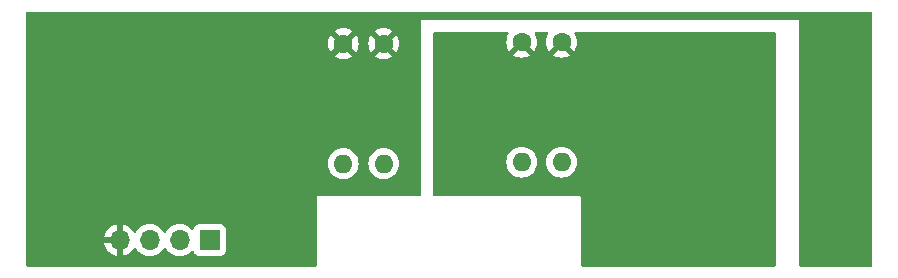
<source format=gbr>
%TF.GenerationSoftware,KiCad,Pcbnew,9.0.5*%
%TF.CreationDate,2025-12-21T06:59:47+02:00*%
%TF.ProjectId,cheating-calc,63686561-7469-46e6-972d-63616c632e6b,rev?*%
%TF.SameCoordinates,Original*%
%TF.FileFunction,Copper,L2,Bot*%
%TF.FilePolarity,Positive*%
%FSLAX46Y46*%
G04 Gerber Fmt 4.6, Leading zero omitted, Abs format (unit mm)*
G04 Created by KiCad (PCBNEW 9.0.5) date 2025-12-21 06:59:47*
%MOMM*%
%LPD*%
G01*
G04 APERTURE LIST*
%TA.AperFunction,ComponentPad*%
%ADD10R,1.700000X1.700000*%
%TD*%
%TA.AperFunction,ComponentPad*%
%ADD11O,1.700000X1.700000*%
%TD*%
%TA.AperFunction,ComponentPad*%
%ADD12C,1.600000*%
%TD*%
%TA.AperFunction,ComponentPad*%
%ADD13O,1.600000X1.600000*%
%TD*%
%TA.AperFunction,ViaPad*%
%ADD14C,0.800000*%
%TD*%
G04 APERTURE END LIST*
D10*
%TO.P,J1,1,Pin_1*%
%TO.N,RING*%
X101092000Y-71628000D03*
D11*
%TO.P,J1,2,Pin_2*%
%TO.N,TIP*%
X98552000Y-71628000D03*
%TO.P,J1,3,Pin_3*%
%TO.N,GND*%
X96012000Y-71628000D03*
%TO.P,J1,4,Pin_4*%
%TO.N,+5V*%
X93472000Y-71628000D03*
%TD*%
D12*
%TO.P,R4,1*%
%TO.N,+5V*%
X112395000Y-54991000D03*
D13*
%TO.P,R4,2*%
%TO.N,TIP*%
X112395000Y-65151000D03*
%TD*%
D12*
%TO.P,R2,1*%
%TO.N,+3.3V*%
X130876000Y-54864000D03*
D13*
%TO.P,R2,2*%
%TO.N,TIP_GPIO*%
X130876000Y-65024000D03*
%TD*%
D12*
%TO.P,R3,1*%
%TO.N,+5V*%
X115824000Y-54991000D03*
D13*
%TO.P,R3,2*%
%TO.N,RING*%
X115824000Y-65151000D03*
%TD*%
D12*
%TO.P,R1,1*%
%TO.N,+3.3V*%
X127508000Y-54864000D03*
D13*
%TO.P,R1,2*%
%TO.N,RING_GPIO*%
X127508000Y-65024000D03*
%TD*%
D14*
%TO.N,+5V*%
X152019000Y-68199000D03*
%TO.N,+3.3V*%
X147320000Y-68199000D03*
X125095000Y-64135000D03*
X125095000Y-59055000D03*
%TD*%
%TA.AperFunction,Conductor*%
%TO.N,+5V*%
G36*
X157086802Y-52290185D02*
G01*
X157132557Y-52342989D01*
X157143763Y-52394500D01*
X157143763Y-73745704D01*
X157124078Y-73812743D01*
X157071274Y-73858498D01*
X157019763Y-73869704D01*
X151124000Y-73869704D01*
X151056961Y-73850019D01*
X151011206Y-73797215D01*
X151000000Y-73745704D01*
X151000000Y-53000000D01*
X119000000Y-53000000D01*
X119000000Y-67745551D01*
X118980315Y-67812590D01*
X118927511Y-67858345D01*
X118876000Y-67869551D01*
X110389784Y-67869551D01*
X110298258Y-67869551D01*
X110298256Y-67869551D01*
X110298254Y-67869552D01*
X110289960Y-67873546D01*
X110263766Y-67882711D01*
X110254790Y-67884760D01*
X110247587Y-67890504D01*
X110224091Y-67905268D01*
X110215797Y-67909262D01*
X110215796Y-67909264D01*
X110210057Y-67916460D01*
X110190430Y-67936087D01*
X110183234Y-67941826D01*
X110183232Y-67941827D01*
X110179238Y-67950121D01*
X110164474Y-67973617D01*
X110158730Y-67980820D01*
X110156681Y-67989796D01*
X110147516Y-68015990D01*
X110143522Y-68024284D01*
X110143521Y-68024289D01*
X110143521Y-73745704D01*
X110123836Y-73812743D01*
X110071032Y-73858498D01*
X110019521Y-73869704D01*
X85668500Y-73869704D01*
X85601461Y-73850019D01*
X85555706Y-73797215D01*
X85544500Y-73745704D01*
X85544500Y-71878000D01*
X92141364Y-71878000D01*
X92198567Y-72091486D01*
X92198570Y-72091492D01*
X92298399Y-72305578D01*
X92433894Y-72499082D01*
X92600917Y-72666105D01*
X92794421Y-72801600D01*
X93008507Y-72901429D01*
X93008516Y-72901433D01*
X93222000Y-72958634D01*
X93222000Y-72063501D01*
X93329685Y-72112680D01*
X93436237Y-72128000D01*
X93507763Y-72128000D01*
X93614315Y-72112680D01*
X93722000Y-72063501D01*
X93722000Y-72958633D01*
X93935483Y-72901433D01*
X93935492Y-72901429D01*
X94149578Y-72801600D01*
X94343082Y-72666105D01*
X94510105Y-72499082D01*
X94640119Y-72313405D01*
X94694696Y-72269781D01*
X94764195Y-72262588D01*
X94826549Y-72294110D01*
X94843269Y-72313405D01*
X94973505Y-72499401D01*
X95140599Y-72666495D01*
X95237384Y-72734265D01*
X95334165Y-72802032D01*
X95334167Y-72802033D01*
X95334170Y-72802035D01*
X95548337Y-72901903D01*
X95776592Y-72963063D01*
X95953034Y-72978500D01*
X96011999Y-72983659D01*
X96012000Y-72983659D01*
X96012001Y-72983659D01*
X96070966Y-72978500D01*
X96247408Y-72963063D01*
X96475663Y-72901903D01*
X96689830Y-72802035D01*
X96883401Y-72666495D01*
X97050495Y-72499401D01*
X97180425Y-72313842D01*
X97235002Y-72270217D01*
X97304500Y-72263023D01*
X97366855Y-72294546D01*
X97383575Y-72313842D01*
X97513281Y-72499082D01*
X97513505Y-72499401D01*
X97680599Y-72666495D01*
X97777384Y-72734265D01*
X97874165Y-72802032D01*
X97874167Y-72802033D01*
X97874170Y-72802035D01*
X98088337Y-72901903D01*
X98316592Y-72963063D01*
X98493034Y-72978500D01*
X98551999Y-72983659D01*
X98552000Y-72983659D01*
X98552001Y-72983659D01*
X98610966Y-72978500D01*
X98787408Y-72963063D01*
X99015663Y-72901903D01*
X99229830Y-72802035D01*
X99423401Y-72666495D01*
X99545329Y-72544566D01*
X99606648Y-72511084D01*
X99676340Y-72516068D01*
X99732274Y-72557939D01*
X99749189Y-72588917D01*
X99798202Y-72720328D01*
X99798206Y-72720335D01*
X99884452Y-72835544D01*
X99884455Y-72835547D01*
X99999664Y-72921793D01*
X99999671Y-72921797D01*
X100134517Y-72972091D01*
X100134516Y-72972091D01*
X100141444Y-72972835D01*
X100194127Y-72978500D01*
X101989872Y-72978499D01*
X102049483Y-72972091D01*
X102184331Y-72921796D01*
X102299546Y-72835546D01*
X102385796Y-72720331D01*
X102436091Y-72585483D01*
X102442500Y-72525873D01*
X102442499Y-70730128D01*
X102436091Y-70670517D01*
X102434810Y-70667083D01*
X102385797Y-70535671D01*
X102385793Y-70535664D01*
X102299547Y-70420455D01*
X102299544Y-70420452D01*
X102184335Y-70334206D01*
X102184328Y-70334202D01*
X102049482Y-70283908D01*
X102049483Y-70283908D01*
X101989883Y-70277501D01*
X101989881Y-70277500D01*
X101989873Y-70277500D01*
X101989864Y-70277500D01*
X100194129Y-70277500D01*
X100194123Y-70277501D01*
X100134516Y-70283908D01*
X99999671Y-70334202D01*
X99999664Y-70334206D01*
X99884455Y-70420452D01*
X99884452Y-70420455D01*
X99798206Y-70535664D01*
X99798203Y-70535669D01*
X99749189Y-70667083D01*
X99707317Y-70723016D01*
X99641853Y-70747433D01*
X99573580Y-70732581D01*
X99545326Y-70711430D01*
X99423402Y-70589506D01*
X99423395Y-70589501D01*
X99229834Y-70453967D01*
X99229830Y-70453965D01*
X99229828Y-70453964D01*
X99015663Y-70354097D01*
X99015659Y-70354096D01*
X99015655Y-70354094D01*
X98787413Y-70292938D01*
X98787403Y-70292936D01*
X98552001Y-70272341D01*
X98551999Y-70272341D01*
X98316596Y-70292936D01*
X98316586Y-70292938D01*
X98088344Y-70354094D01*
X98088335Y-70354098D01*
X97874171Y-70453964D01*
X97874169Y-70453965D01*
X97680597Y-70589505D01*
X97513505Y-70756597D01*
X97383575Y-70942158D01*
X97328998Y-70985783D01*
X97259500Y-70992977D01*
X97197145Y-70961454D01*
X97180425Y-70942158D01*
X97050494Y-70756597D01*
X96883402Y-70589506D01*
X96883395Y-70589501D01*
X96689834Y-70453967D01*
X96689830Y-70453965D01*
X96689828Y-70453964D01*
X96475663Y-70354097D01*
X96475659Y-70354096D01*
X96475655Y-70354094D01*
X96247413Y-70292938D01*
X96247403Y-70292936D01*
X96012001Y-70272341D01*
X96011999Y-70272341D01*
X95776596Y-70292936D01*
X95776586Y-70292938D01*
X95548344Y-70354094D01*
X95548335Y-70354098D01*
X95334171Y-70453964D01*
X95334169Y-70453965D01*
X95140597Y-70589505D01*
X94973508Y-70756594D01*
X94843269Y-70942595D01*
X94788692Y-70986219D01*
X94719193Y-70993412D01*
X94656839Y-70961890D01*
X94640119Y-70942594D01*
X94510113Y-70756926D01*
X94510108Y-70756920D01*
X94343082Y-70589894D01*
X94149578Y-70454399D01*
X93935492Y-70354570D01*
X93935486Y-70354567D01*
X93722000Y-70297364D01*
X93722000Y-71192498D01*
X93614315Y-71143320D01*
X93507763Y-71128000D01*
X93436237Y-71128000D01*
X93329685Y-71143320D01*
X93222000Y-71192498D01*
X93222000Y-70297364D01*
X93221999Y-70297364D01*
X93008513Y-70354567D01*
X93008507Y-70354570D01*
X92794422Y-70454399D01*
X92794420Y-70454400D01*
X92600926Y-70589886D01*
X92600920Y-70589891D01*
X92433891Y-70756920D01*
X92433886Y-70756926D01*
X92298400Y-70950420D01*
X92298399Y-70950422D01*
X92198570Y-71164507D01*
X92198567Y-71164513D01*
X92141364Y-71377999D01*
X92141364Y-71378000D01*
X93038314Y-71378000D01*
X93012507Y-71418156D01*
X92972000Y-71556111D01*
X92972000Y-71699889D01*
X93012507Y-71837844D01*
X93038314Y-71878000D01*
X92141364Y-71878000D01*
X85544500Y-71878000D01*
X85544500Y-65151001D01*
X111089532Y-65151001D01*
X111109364Y-65377686D01*
X111109366Y-65377697D01*
X111168258Y-65597488D01*
X111168261Y-65597497D01*
X111264431Y-65803732D01*
X111264432Y-65803734D01*
X111394954Y-65990141D01*
X111555858Y-66151045D01*
X111602693Y-66183839D01*
X111742266Y-66281568D01*
X111948504Y-66377739D01*
X112168308Y-66436635D01*
X112330230Y-66450801D01*
X112394998Y-66456468D01*
X112395000Y-66456468D01*
X112395002Y-66456468D01*
X112451673Y-66451509D01*
X112621692Y-66436635D01*
X112841496Y-66377739D01*
X113047734Y-66281568D01*
X113234139Y-66151047D01*
X113395047Y-65990139D01*
X113525568Y-65803734D01*
X113621739Y-65597496D01*
X113680635Y-65377692D01*
X113700468Y-65151001D01*
X114518532Y-65151001D01*
X114538364Y-65377686D01*
X114538366Y-65377697D01*
X114597258Y-65597488D01*
X114597261Y-65597497D01*
X114693431Y-65803732D01*
X114693432Y-65803734D01*
X114823954Y-65990141D01*
X114984858Y-66151045D01*
X115031693Y-66183839D01*
X115171266Y-66281568D01*
X115377504Y-66377739D01*
X115597308Y-66436635D01*
X115759230Y-66450801D01*
X115823998Y-66456468D01*
X115824000Y-66456468D01*
X115824002Y-66456468D01*
X115880673Y-66451509D01*
X116050692Y-66436635D01*
X116270496Y-66377739D01*
X116476734Y-66281568D01*
X116663139Y-66151047D01*
X116824047Y-65990139D01*
X116954568Y-65803734D01*
X117050739Y-65597496D01*
X117109635Y-65377692D01*
X117129468Y-65151000D01*
X117109635Y-64924308D01*
X117050739Y-64704504D01*
X116954568Y-64498266D01*
X116824047Y-64311861D01*
X116824045Y-64311858D01*
X116663141Y-64150954D01*
X116476734Y-64020432D01*
X116476732Y-64020431D01*
X116270497Y-63924261D01*
X116270488Y-63924258D01*
X116050697Y-63865366D01*
X116050693Y-63865365D01*
X116050692Y-63865365D01*
X116050691Y-63865364D01*
X116050686Y-63865364D01*
X115824002Y-63845532D01*
X115823998Y-63845532D01*
X115597313Y-63865364D01*
X115597302Y-63865366D01*
X115377511Y-63924258D01*
X115377502Y-63924261D01*
X115171267Y-64020431D01*
X115171265Y-64020432D01*
X114984858Y-64150954D01*
X114823954Y-64311858D01*
X114693432Y-64498265D01*
X114693431Y-64498267D01*
X114597261Y-64704502D01*
X114597258Y-64704511D01*
X114538366Y-64924302D01*
X114538364Y-64924313D01*
X114518532Y-65150998D01*
X114518532Y-65151001D01*
X113700468Y-65151001D01*
X113700468Y-65151000D01*
X113680635Y-64924308D01*
X113621739Y-64704504D01*
X113525568Y-64498266D01*
X113395047Y-64311861D01*
X113395045Y-64311858D01*
X113234141Y-64150954D01*
X113047734Y-64020432D01*
X113047732Y-64020431D01*
X112841497Y-63924261D01*
X112841488Y-63924258D01*
X112621697Y-63865366D01*
X112621693Y-63865365D01*
X112621692Y-63865365D01*
X112621691Y-63865364D01*
X112621686Y-63865364D01*
X112395002Y-63845532D01*
X112394998Y-63845532D01*
X112168313Y-63865364D01*
X112168302Y-63865366D01*
X111948511Y-63924258D01*
X111948502Y-63924261D01*
X111742267Y-64020431D01*
X111742265Y-64020432D01*
X111555858Y-64150954D01*
X111394954Y-64311858D01*
X111264432Y-64498265D01*
X111264431Y-64498267D01*
X111168261Y-64704502D01*
X111168258Y-64704511D01*
X111109366Y-64924302D01*
X111109364Y-64924313D01*
X111089532Y-65150998D01*
X111089532Y-65151001D01*
X85544500Y-65151001D01*
X85544500Y-54991002D01*
X111090034Y-54991002D01*
X111109858Y-55217599D01*
X111109860Y-55217610D01*
X111168730Y-55437317D01*
X111168735Y-55437331D01*
X111264863Y-55643478D01*
X111315974Y-55716472D01*
X111997046Y-55035400D01*
X112009835Y-55116148D01*
X112067359Y-55229045D01*
X112156955Y-55318641D01*
X112269852Y-55376165D01*
X112350599Y-55388953D01*
X111669526Y-56070025D01*
X111742513Y-56121132D01*
X111742521Y-56121136D01*
X111948668Y-56217264D01*
X111948682Y-56217269D01*
X112168389Y-56276139D01*
X112168400Y-56276141D01*
X112394998Y-56295966D01*
X112395002Y-56295966D01*
X112621599Y-56276141D01*
X112621610Y-56276139D01*
X112841317Y-56217269D01*
X112841331Y-56217264D01*
X113047478Y-56121136D01*
X113120471Y-56070024D01*
X112439400Y-55388953D01*
X112520148Y-55376165D01*
X112633045Y-55318641D01*
X112722641Y-55229045D01*
X112780165Y-55116148D01*
X112792953Y-55035400D01*
X113474024Y-55716471D01*
X113525136Y-55643478D01*
X113621264Y-55437331D01*
X113621269Y-55437317D01*
X113680139Y-55217610D01*
X113680141Y-55217599D01*
X113699966Y-54991002D01*
X114519034Y-54991002D01*
X114538858Y-55217599D01*
X114538860Y-55217610D01*
X114597730Y-55437317D01*
X114597735Y-55437331D01*
X114693863Y-55643478D01*
X114744974Y-55716472D01*
X115426046Y-55035400D01*
X115438835Y-55116148D01*
X115496359Y-55229045D01*
X115585955Y-55318641D01*
X115698852Y-55376165D01*
X115779599Y-55388953D01*
X115098526Y-56070025D01*
X115171513Y-56121132D01*
X115171521Y-56121136D01*
X115377668Y-56217264D01*
X115377682Y-56217269D01*
X115597389Y-56276139D01*
X115597400Y-56276141D01*
X115823998Y-56295966D01*
X115824002Y-56295966D01*
X116050599Y-56276141D01*
X116050610Y-56276139D01*
X116270317Y-56217269D01*
X116270331Y-56217264D01*
X116476478Y-56121136D01*
X116549471Y-56070024D01*
X115868400Y-55388953D01*
X115949148Y-55376165D01*
X116062045Y-55318641D01*
X116151641Y-55229045D01*
X116209165Y-55116148D01*
X116221953Y-55035400D01*
X116903024Y-55716471D01*
X116954136Y-55643478D01*
X117050264Y-55437331D01*
X117050269Y-55437317D01*
X117109139Y-55217610D01*
X117109141Y-55217599D01*
X117128966Y-54991002D01*
X117128966Y-54990997D01*
X117109141Y-54764400D01*
X117109139Y-54764389D01*
X117050269Y-54544682D01*
X117050264Y-54544668D01*
X116954136Y-54338521D01*
X116954132Y-54338513D01*
X116903025Y-54265526D01*
X116221953Y-54946598D01*
X116209165Y-54865852D01*
X116151641Y-54752955D01*
X116062045Y-54663359D01*
X115949148Y-54605835D01*
X115868401Y-54593046D01*
X116549472Y-53911974D01*
X116476478Y-53860863D01*
X116270331Y-53764735D01*
X116270317Y-53764730D01*
X116050610Y-53705860D01*
X116050599Y-53705858D01*
X115824002Y-53686034D01*
X115823998Y-53686034D01*
X115597400Y-53705858D01*
X115597389Y-53705860D01*
X115377682Y-53764730D01*
X115377673Y-53764734D01*
X115171516Y-53860866D01*
X115171512Y-53860868D01*
X115098526Y-53911973D01*
X115098526Y-53911974D01*
X115779599Y-54593046D01*
X115698852Y-54605835D01*
X115585955Y-54663359D01*
X115496359Y-54752955D01*
X115438835Y-54865852D01*
X115426046Y-54946598D01*
X114744974Y-54265526D01*
X114744973Y-54265526D01*
X114693868Y-54338512D01*
X114693866Y-54338516D01*
X114597734Y-54544673D01*
X114597730Y-54544682D01*
X114538860Y-54764389D01*
X114538858Y-54764400D01*
X114519034Y-54990997D01*
X114519034Y-54991002D01*
X113699966Y-54991002D01*
X113699966Y-54990997D01*
X113680141Y-54764400D01*
X113680139Y-54764389D01*
X113621269Y-54544682D01*
X113621264Y-54544668D01*
X113525136Y-54338521D01*
X113525132Y-54338513D01*
X113474025Y-54265526D01*
X112792953Y-54946598D01*
X112780165Y-54865852D01*
X112722641Y-54752955D01*
X112633045Y-54663359D01*
X112520148Y-54605835D01*
X112439401Y-54593046D01*
X113120472Y-53911974D01*
X113047478Y-53860863D01*
X112841331Y-53764735D01*
X112841317Y-53764730D01*
X112621610Y-53705860D01*
X112621599Y-53705858D01*
X112395002Y-53686034D01*
X112394998Y-53686034D01*
X112168400Y-53705858D01*
X112168389Y-53705860D01*
X111948682Y-53764730D01*
X111948673Y-53764734D01*
X111742516Y-53860866D01*
X111742512Y-53860868D01*
X111669526Y-53911973D01*
X111669526Y-53911974D01*
X112350599Y-54593046D01*
X112269852Y-54605835D01*
X112156955Y-54663359D01*
X112067359Y-54752955D01*
X112009835Y-54865852D01*
X111997046Y-54946598D01*
X111315974Y-54265526D01*
X111315973Y-54265526D01*
X111264868Y-54338512D01*
X111264866Y-54338516D01*
X111168734Y-54544673D01*
X111168730Y-54544682D01*
X111109860Y-54764389D01*
X111109858Y-54764400D01*
X111090034Y-54990997D01*
X111090034Y-54991002D01*
X85544500Y-54991002D01*
X85544500Y-52394500D01*
X85564185Y-52327461D01*
X85616989Y-52281706D01*
X85668500Y-52270500D01*
X110321423Y-52270500D01*
X132321627Y-52270500D01*
X157019763Y-52270500D01*
X157086802Y-52290185D01*
G37*
%TD.AperFunction*%
%TD*%
%TA.AperFunction,Conductor*%
%TO.N,+3.3V*%
G36*
X126354809Y-54019685D02*
G01*
X126400564Y-54072489D01*
X126410508Y-54141647D01*
X126389345Y-54195124D01*
X126377866Y-54211517D01*
X126281734Y-54417673D01*
X126281730Y-54417682D01*
X126222860Y-54637389D01*
X126222858Y-54637400D01*
X126203034Y-54863997D01*
X126203034Y-54864002D01*
X126222858Y-55090599D01*
X126222860Y-55090610D01*
X126281730Y-55310317D01*
X126281735Y-55310331D01*
X126377863Y-55516478D01*
X126428974Y-55589472D01*
X127110046Y-54908400D01*
X127122835Y-54989148D01*
X127180359Y-55102045D01*
X127269955Y-55191641D01*
X127382852Y-55249165D01*
X127463599Y-55261953D01*
X126782526Y-55943025D01*
X126855513Y-55994132D01*
X126855521Y-55994136D01*
X127061668Y-56090264D01*
X127061682Y-56090269D01*
X127281389Y-56149139D01*
X127281400Y-56149141D01*
X127507998Y-56168966D01*
X127508002Y-56168966D01*
X127734599Y-56149141D01*
X127734610Y-56149139D01*
X127954317Y-56090269D01*
X127954331Y-56090264D01*
X128160478Y-55994136D01*
X128233471Y-55943024D01*
X127552400Y-55261953D01*
X127633148Y-55249165D01*
X127746045Y-55191641D01*
X127835641Y-55102045D01*
X127893165Y-54989148D01*
X127905953Y-54908400D01*
X128587024Y-55589471D01*
X128638136Y-55516478D01*
X128734264Y-55310331D01*
X128734269Y-55310317D01*
X128793139Y-55090610D01*
X128793141Y-55090599D01*
X128812966Y-54864002D01*
X128812966Y-54863997D01*
X128793141Y-54637400D01*
X128793139Y-54637389D01*
X128734269Y-54417682D01*
X128734265Y-54417673D01*
X128638133Y-54211517D01*
X128626655Y-54195124D01*
X128604328Y-54128918D01*
X128621338Y-54061150D01*
X128672286Y-54013337D01*
X128728230Y-54000000D01*
X129655770Y-54000000D01*
X129722809Y-54019685D01*
X129768564Y-54072489D01*
X129778508Y-54141647D01*
X129757345Y-54195124D01*
X129745866Y-54211517D01*
X129649734Y-54417673D01*
X129649730Y-54417682D01*
X129590860Y-54637389D01*
X129590858Y-54637400D01*
X129571034Y-54863997D01*
X129571034Y-54864002D01*
X129590858Y-55090599D01*
X129590860Y-55090610D01*
X129649730Y-55310317D01*
X129649735Y-55310331D01*
X129745863Y-55516478D01*
X129796974Y-55589472D01*
X130478046Y-54908400D01*
X130490835Y-54989148D01*
X130548359Y-55102045D01*
X130637955Y-55191641D01*
X130750852Y-55249165D01*
X130831599Y-55261953D01*
X130150526Y-55943025D01*
X130223513Y-55994132D01*
X130223521Y-55994136D01*
X130429668Y-56090264D01*
X130429682Y-56090269D01*
X130649389Y-56149139D01*
X130649400Y-56149141D01*
X130875998Y-56168966D01*
X130876002Y-56168966D01*
X131102599Y-56149141D01*
X131102610Y-56149139D01*
X131322317Y-56090269D01*
X131322331Y-56090264D01*
X131528478Y-55994136D01*
X131601471Y-55943024D01*
X130920400Y-55261953D01*
X131001148Y-55249165D01*
X131114045Y-55191641D01*
X131203641Y-55102045D01*
X131261165Y-54989148D01*
X131273953Y-54908400D01*
X131955024Y-55589471D01*
X132006136Y-55516478D01*
X132102264Y-55310331D01*
X132102269Y-55310317D01*
X132161139Y-55090610D01*
X132161141Y-55090599D01*
X132180966Y-54864002D01*
X132180966Y-54863997D01*
X132161141Y-54637400D01*
X132161139Y-54637389D01*
X132102269Y-54417682D01*
X132102265Y-54417673D01*
X132006133Y-54211517D01*
X131994655Y-54195124D01*
X131972328Y-54128918D01*
X131989338Y-54061150D01*
X132040286Y-54013337D01*
X132096230Y-54000000D01*
X148876000Y-54000000D01*
X148943039Y-54019685D01*
X148988794Y-54072489D01*
X149000000Y-54124000D01*
X149000000Y-73745704D01*
X148980315Y-73812743D01*
X148927511Y-73858498D01*
X148876000Y-73869704D01*
X132668733Y-73869704D01*
X132601694Y-73850019D01*
X132555939Y-73797215D01*
X132544733Y-73745704D01*
X132544733Y-68024288D01*
X132540740Y-68015997D01*
X132531571Y-67989794D01*
X132529523Y-67980820D01*
X132523782Y-67973621D01*
X132509012Y-67950116D01*
X132505021Y-67941827D01*
X132497826Y-67936089D01*
X132478192Y-67916455D01*
X132472456Y-67909262D01*
X132464164Y-67905269D01*
X132440661Y-67890500D01*
X132433467Y-67884763D01*
X132433466Y-67884762D01*
X132433464Y-67884761D01*
X132424486Y-67882711D01*
X132398290Y-67873545D01*
X132389996Y-67869551D01*
X132366823Y-67869551D01*
X120124000Y-67869551D01*
X120056961Y-67849866D01*
X120011206Y-67797062D01*
X120000000Y-67745551D01*
X120000000Y-65024001D01*
X126202532Y-65024001D01*
X126222364Y-65250686D01*
X126222366Y-65250697D01*
X126281258Y-65470488D01*
X126281261Y-65470497D01*
X126377431Y-65676732D01*
X126377432Y-65676734D01*
X126507954Y-65863141D01*
X126668858Y-66024045D01*
X126668861Y-66024047D01*
X126855266Y-66154568D01*
X127061504Y-66250739D01*
X127281308Y-66309635D01*
X127443230Y-66323801D01*
X127507998Y-66329468D01*
X127508000Y-66329468D01*
X127508002Y-66329468D01*
X127564673Y-66324509D01*
X127734692Y-66309635D01*
X127954496Y-66250739D01*
X128160734Y-66154568D01*
X128347139Y-66024047D01*
X128508047Y-65863139D01*
X128638568Y-65676734D01*
X128734739Y-65470496D01*
X128793635Y-65250692D01*
X128813468Y-65024001D01*
X129570532Y-65024001D01*
X129590364Y-65250686D01*
X129590366Y-65250697D01*
X129649258Y-65470488D01*
X129649261Y-65470497D01*
X129745431Y-65676732D01*
X129745432Y-65676734D01*
X129875954Y-65863141D01*
X130036858Y-66024045D01*
X130036861Y-66024047D01*
X130223266Y-66154568D01*
X130429504Y-66250739D01*
X130649308Y-66309635D01*
X130811230Y-66323801D01*
X130875998Y-66329468D01*
X130876000Y-66329468D01*
X130876002Y-66329468D01*
X130932673Y-66324509D01*
X131102692Y-66309635D01*
X131322496Y-66250739D01*
X131528734Y-66154568D01*
X131715139Y-66024047D01*
X131876047Y-65863139D01*
X132006568Y-65676734D01*
X132102739Y-65470496D01*
X132161635Y-65250692D01*
X132181468Y-65024000D01*
X132161635Y-64797308D01*
X132102739Y-64577504D01*
X132006568Y-64371266D01*
X131876047Y-64184861D01*
X131876045Y-64184858D01*
X131715141Y-64023954D01*
X131528734Y-63893432D01*
X131528732Y-63893431D01*
X131322497Y-63797261D01*
X131322488Y-63797258D01*
X131102697Y-63738366D01*
X131102693Y-63738365D01*
X131102692Y-63738365D01*
X131102691Y-63738364D01*
X131102686Y-63738364D01*
X130876002Y-63718532D01*
X130875998Y-63718532D01*
X130649313Y-63738364D01*
X130649302Y-63738366D01*
X130429511Y-63797258D01*
X130429502Y-63797261D01*
X130223267Y-63893431D01*
X130223265Y-63893432D01*
X130036858Y-64023954D01*
X129875954Y-64184858D01*
X129745432Y-64371265D01*
X129745431Y-64371267D01*
X129649261Y-64577502D01*
X129649258Y-64577511D01*
X129590366Y-64797302D01*
X129590364Y-64797313D01*
X129570532Y-65023998D01*
X129570532Y-65024001D01*
X128813468Y-65024001D01*
X128813468Y-65024000D01*
X128793635Y-64797308D01*
X128734739Y-64577504D01*
X128638568Y-64371266D01*
X128508047Y-64184861D01*
X128508045Y-64184858D01*
X128347141Y-64023954D01*
X128160734Y-63893432D01*
X128160732Y-63893431D01*
X127954497Y-63797261D01*
X127954488Y-63797258D01*
X127734697Y-63738366D01*
X127734693Y-63738365D01*
X127734692Y-63738365D01*
X127734691Y-63738364D01*
X127734686Y-63738364D01*
X127508002Y-63718532D01*
X127507998Y-63718532D01*
X127281313Y-63738364D01*
X127281302Y-63738366D01*
X127061511Y-63797258D01*
X127061502Y-63797261D01*
X126855267Y-63893431D01*
X126855265Y-63893432D01*
X126668858Y-64023954D01*
X126507954Y-64184858D01*
X126377432Y-64371265D01*
X126377431Y-64371267D01*
X126281261Y-64577502D01*
X126281258Y-64577511D01*
X126222366Y-64797302D01*
X126222364Y-64797313D01*
X126202532Y-65023998D01*
X126202532Y-65024001D01*
X120000000Y-65024001D01*
X120000000Y-54124000D01*
X120019685Y-54056961D01*
X120072489Y-54011206D01*
X120124000Y-54000000D01*
X126287770Y-54000000D01*
X126354809Y-54019685D01*
G37*
%TD.AperFunction*%
%TD*%
M02*

</source>
